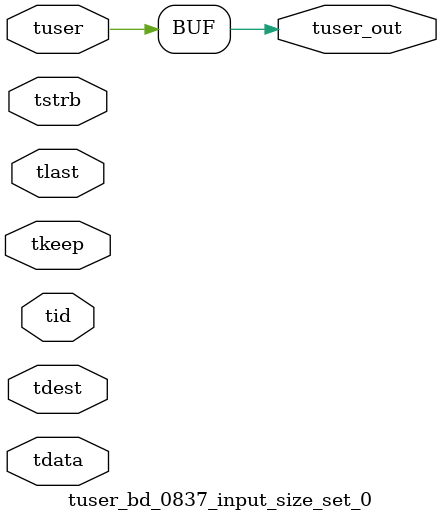
<source format=v>


`timescale 1ps/1ps

module tuser_bd_0837_input_size_set_0 #
(
parameter C_S_AXIS_TUSER_WIDTH = 1,
parameter C_S_AXIS_TDATA_WIDTH = 32,
parameter C_S_AXIS_TID_WIDTH   = 0,
parameter C_S_AXIS_TDEST_WIDTH = 0,
parameter C_M_AXIS_TUSER_WIDTH = 1
)
(
input  [(C_S_AXIS_TUSER_WIDTH == 0 ? 1 : C_S_AXIS_TUSER_WIDTH)-1:0     ] tuser,
input  [(C_S_AXIS_TDATA_WIDTH == 0 ? 1 : C_S_AXIS_TDATA_WIDTH)-1:0     ] tdata,
input  [(C_S_AXIS_TID_WIDTH   == 0 ? 1 : C_S_AXIS_TID_WIDTH)-1:0       ] tid,
input  [(C_S_AXIS_TDEST_WIDTH == 0 ? 1 : C_S_AXIS_TDEST_WIDTH)-1:0     ] tdest,
input  [(C_S_AXIS_TDATA_WIDTH/8)-1:0 ] tkeep,
input  [(C_S_AXIS_TDATA_WIDTH/8)-1:0 ] tstrb,
input                                                                    tlast,
output [C_M_AXIS_TUSER_WIDTH-1:0] tuser_out
);

assign tuser_out = {tuser[0:0]};

endmodule


</source>
